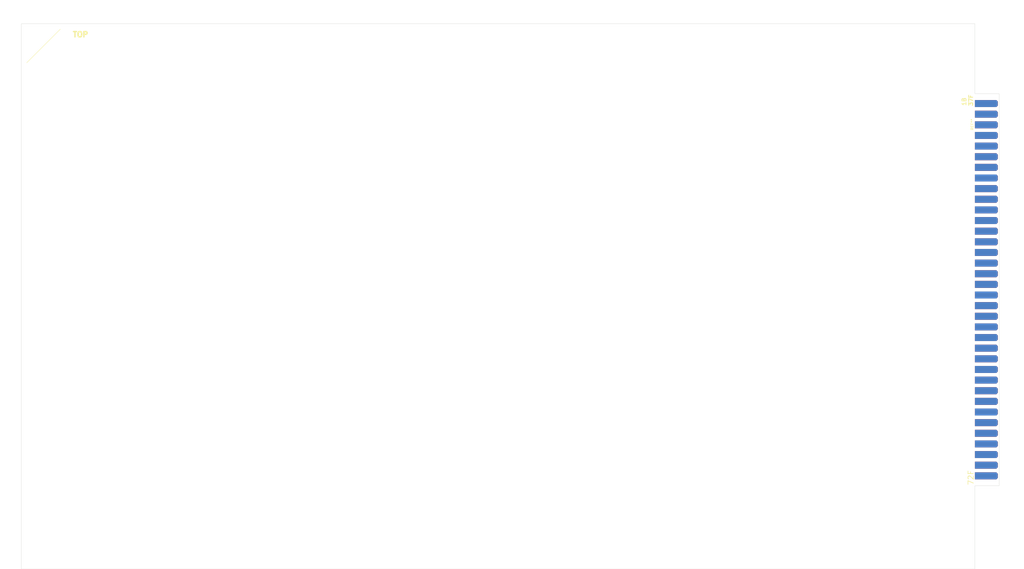
<source format=kicad_pcb>
(kicad_pcb (version 20211014) (generator pcbnew)
  (layers (0 "F.Cu" signal) (1 "In1.Cu" power) (2 "In2.Cu" power) (31 "B.Cu" signal) (34 "B.Paste" user) (35 "F.Paste" user) (36 "B.SilkS" user "B.Silkscreen") (37 "F.SilkS" user "F.Silkscreen") (38 "B.Mask" user) (39 "F.Mask" user) (44 "Edge.Cuts" user))
  (net 0 "")
  (footprint "Connector_PCBEdge:BUS_EE200" (layer "F.Cu") (at 379 50 90)
    (fp_text reference "REF**" (at -11.5 -1 90 unlocked) (layer "F.SilkS"))
    (fp_text value "BUS_EE200")
    (fp_text user "72F" (at -143 -1.5 90 unlocked) (layer "F.SilkS") (effects (font (size 2 2) (thickness 0.25))))
    (fp_text user "1B" (at -3 -4 90 unlocked) (layer "F.SilkS") (effects (font (size 1.5 1.5) (thickness 0.3))))
    (fp_text user "37F" (at -2.5 -1.5 90 unlocked) (layer "F.SilkS") (effects (font (size 1.5 1.5) (thickness 0.35))))
    (pad "1" connect roundrect (at -3.7 2.25 90) (size 2.6 8.5) (drill (offset 0 2)) (layers "B.Cu" "B.Mask") (roundrect_rratio 0) (chamfer_ratio 0.2) (chamfer bottom_left bottom_right))
    (pad "2" connect roundrect (at -7.66 2.25 90) (size 2.6 8.5) (drill (offset 0 2)) (layers "B.Cu" "B.Mask") (roundrect_rratio 0) (chamfer_ratio 0.2) (chamfer bottom_left bottom_right))
    (pad "3" connect roundrect (at -11.62 2.25 90) (size 2.6 8.5) (drill (offset 0 2)) (layers "B.Cu" "B.Mask") (roundrect_rratio 0) (chamfer_ratio 0.2) (chamfer bottom_left bottom_right))
    (pad "4" connect roundrect (at -15.58 2.25 90) (size 2.6 8.5) (drill (offset 0 2)) (layers "B.Cu" "B.Mask") (roundrect_rratio 0) (chamfer_ratio 0.2) (chamfer bottom_left bottom_right))
    (pad "5" connect roundrect (at -19.54 2.25 90) (size 2.6 8.5) (drill (offset 0 2)) (layers "B.Cu" "B.Mask") (roundrect_rratio 0) (chamfer_ratio 0.2) (chamfer bottom_left bottom_right))
    (pad "6" connect roundrect (at -23.5 2.25 90) (size 2.6 8.5) (drill (offset 0 2)) (layers "B.Cu" "B.Mask") (roundrect_rratio 0) (chamfer_ratio 0.2) (chamfer bottom_left bottom_right))
    (pad "7" connect roundrect (at -27.46 2.25 90) (size 2.6 8.5) (drill (offset 0 2)) (layers "B.Cu" "B.Mask") (roundrect_rratio 0) (chamfer_ratio 0.2) (chamfer bottom_left bottom_right))
    (pad "8" connect roundrect (at -31.42 2.25 90) (size 2.6 8.5) (drill (offset 0 2)) (layers "B.Cu" "B.Mask") (roundrect_rratio 0) (chamfer_ratio 0.2) (chamfer bottom_left bottom_right))
    (pad "9" connect roundrect (at -35.38 2.25 90) (size 2.6 8.5) (drill (offset 0 2)) (layers "B.Cu" "B.Mask") (roundrect_rratio 0) (chamfer_ratio 0.2) (chamfer bottom_left bottom_right))
    (pad "10" connect roundrect (at -39.34 2.25 90) (size 2.6 8.5) (drill (offset 0 2)) (layers "B.Cu" "B.Mask") (roundrect_rratio 0) (chamfer_ratio 0.2) (chamfer bottom_left bottom_right))
    (pad "11" connect roundrect (at -43.3 2.25 90) (size 2.6 8.5) (drill (offset 0 2)) (layers "B.Cu" "B.Mask") (roundrect_rratio 0) (chamfer_ratio 0.2) (chamfer bottom_left bottom_right))
    (pad "12" connect roundrect (at -47.26 2.25 90) (size 2.6 8.5) (drill (offset 0 2)) (layers "B.Cu" "B.Mask") (roundrect_rratio 0) (chamfer_ratio 0.2) (chamfer bottom_left bottom_right))
    (pad "13" connect roundrect (at -51.22 2.25 90) (size 2.6 8.5) (drill (offset 0 2)) (layers "B.Cu" "B.Mask") (roundrect_rratio 0) (chamfer_ratio 0.2) (chamfer bottom_left bottom_right))
    (pad "14" connect roundrect (at -55.18 2.25 90) (size 2.6 8.5) (drill (offset 0 2)) (layers "B.Cu" "B.Mask") (roundrect_rratio 0) (chamfer_ratio 0.2) (chamfer bottom_left bottom_right))
    (pad "15" connect roundrect (at -59.14 2.25 90) (size 2.6 8.5) (drill (offset 0 2)) (layers "B.Cu" "B.Mask") (roundrect_rratio 0) (chamfer_ratio 0.2) (chamfer bottom_left bottom_right))
    (pad "16" connect roundrect (at -63.1 2.25 90) (size 2.6 8.5) (drill (offset 0 2)) (layers "B.Cu" "B.Mask") (roundrect_rratio 0) (chamfer_ratio 0.2) (chamfer bottom_left bottom_right))
    (pad "17" connect roundrect (at -67.06 2.25 90) (size 2.6 8.5) (drill (offset 0 2)) (layers "B.Cu" "B.Mask") (roundrect_rratio 0) (chamfer_ratio 0.2) (chamfer bottom_left bottom_right))
    (pad "18" connect roundrect (at -71.02 2.25 90) (size 2.6 8.5) (drill (offset 0 2)) (layers "B.Cu" "B.Mask") (roundrect_rratio 0) (chamfer_ratio 0.2) (chamfer bottom_left bottom_right))
    (pad "19" connect roundrect (at -74.98 2.25 90) (size 2.6 8.5) (drill (offset 0 2)) (layers "B.Cu" "B.Mask") (roundrect_rratio 0) (chamfer_ratio 0.2) (chamfer bottom_left bottom_right))
    (pad "20" connect roundrect (at -78.94 2.25 90) (size 2.6 8.5) (drill (offset 0 2)) (layers "B.Cu" "B.Mask") (roundrect_rratio 0) (chamfer_ratio 0.2) (chamfer bottom_left bottom_right))
    (pad "21" connect roundrect (at -82.9 2.25 90) (size 2.6 8.5) (drill (offset 0 2)) (layers "B.Cu" "B.Mask") (roundrect_rratio 0) (chamfer_ratio 0.2) (chamfer bottom_left bottom_right))
    (pad "22" connect roundrect (at -86.86 2.25 90) (size 2.6 8.5) (drill (offset 0 2)) (layers "B.Cu" "B.Mask") (roundrect_rratio 0) (chamfer_ratio 0.2) (chamfer bottom_left bottom_right))
    (pad "23" connect roundrect (at -90.82 2.25 90) (size 2.6 8.5) (drill (offset 0 2)) (layers "B.Cu" "B.Mask") (roundrect_rratio 0) (chamfer_ratio 0.2) (chamfer bottom_left bottom_right))
    (pad "24" connect roundrect (at -94.78 2.25 90) (size 2.6 8.5) (drill (offset 0 2)) (layers "B.Cu" "B.Mask") (roundrect_rratio 0) (chamfer_ratio 0.2) (chamfer bottom_left bottom_right))
    (pad "25" connect roundrect (at -98.74 2.25 90) (size 2.6 8.5) (drill (offset 0 2)) (layers "B.Cu" "B.Mask") (roundrect_rratio 0) (chamfer_ratio 0.2) (chamfer bottom_left bottom_right))
    (pad "26" connect roundrect (at -102.7 2.25 90) (size 2.6 8.5) (drill (offset 0 2)) (layers "B.Cu" "B.Mask") (roundrect_rratio 0) (chamfer_ratio 0.2) (chamfer bottom_left bottom_right))
    (pad "27" connect roundrect (at -106.66 2.25 90) (size 2.6 8.5) (drill (offset 0 2)) (layers "B.Cu" "B.Mask") (roundrect_rratio 0) (chamfer_ratio 0.2) (chamfer bottom_left bottom_right))
    (pad "28" connect roundrect (at -110.62 2.25 90) (size 2.6 8.5) (drill (offset 0 2)) (layers "B.Cu" "B.Mask") (roundrect_rratio 0) (chamfer_ratio 0.2) (chamfer bottom_left bottom_right))
    (pad "29" connect roundrect (at -114.58 2.25 90) (size 2.6 8.5) (drill (offset 0 2)) (layers "B.Cu" "B.Mask") (roundrect_rratio 0) (chamfer_ratio 0.2) (chamfer bottom_left bottom_right))
    (pad "30" connect roundrect (at -118.54 2.25 90) (size 2.6 8.5) (drill (offset 0 2)) (layers "B.Cu" "B.Mask") (roundrect_rratio 0) (chamfer_ratio 0.2) (chamfer bottom_left bottom_right))
    (pad "31" connect roundrect (at -122.5 2.25 90) (size 2.6 8.5) (drill (offset 0 2)) (layers "B.Cu" "B.Mask") (roundrect_rratio 0) (chamfer_ratio 0.2) (chamfer bottom_left bottom_right))
    (pad "32" connect roundrect (at -126.46 2.25 90) (size 2.6 8.5) (drill (offset 0 2)) (layers "B.Cu" "B.Mask") (roundrect_rratio 0) (chamfer_ratio 0.2) (chamfer bottom_left bottom_right))
    (pad "33" connect roundrect (at -130.42 2.25 90) (size 2.6 8.5) (drill (offset 0 2)) (layers "B.Cu" "B.Mask") (roundrect_rratio 0) (chamfer_ratio 0.2) (chamfer bottom_left bottom_right))
    (pad "34" connect roundrect (at -134.38 2.25 90) (size 2.6 8.5) (drill (offset 0 2)) (layers "B.Cu" "B.Mask") (roundrect_rratio 0) (chamfer_ratio 0.2) (chamfer bottom_left bottom_right))
    (pad "35" connect roundrect (at -138.34 2.25 90) (size 2.6 8.5) (drill (offset 0 2)) (layers "B.Cu" "B.Mask") (roundrect_rratio 0) (chamfer_ratio 0.2) (chamfer bottom_left bottom_right))
    (pad "36" connect roundrect (at -142.3 2.25 90) (size 2.6 8.5) (drill (offset 0 2)) (layers "B.Cu" "B.Mask") (roundrect_rratio 0) (chamfer_ratio 0.2) (chamfer bottom_left bottom_right))
    (pad "37" connect roundrect (at -3.7 2.25 90) (size 2.6 8.5) (drill (offset 0 2)) (layers "F.Cu" "F.Mask") (roundrect_rratio 0) (chamfer_ratio 0.2) (chamfer bottom_left bottom_right))
    (pad "38" connect roundrect (at -7.66 2.25 90) (size 2.6 8.5) (drill (offset 0 2)) (layers "F.Cu" "F.Mask") (roundrect_rratio 0) (chamfer_ratio 0.2) (chamfer bottom_left bottom_right))
    (pad "39" connect roundrect (at -11.62 2.25 90) (size 2.6 8.5) (drill (offset 0 2)) (layers "F.Cu" "F.Mask") (roundrect_rratio 0) (chamfer_ratio 0.2) (chamfer bottom_left bottom_right))
    (pad "40" connect roundrect (at -15.58 2.25 90) (size 2.6 8.5) (drill (offset 0 2)) (layers "F.Cu" "F.Mask") (roundrect_rratio 0) (chamfer_ratio 0.2) (chamfer bottom_left bottom_right))
    (pad "41" connect roundrect (at -19.54 2.25 90) (size 2.6 8.5) (drill (offset 0 2)) (layers "F.Cu" "F.Mask") (roundrect_rratio 0) (chamfer_ratio 0.2) (chamfer bottom_left bottom_right))
    (pad "42" connect roundrect (at -23.5 2.25 90) (size 2.6 8.5) (drill (offset 0 2)) (layers "F.Cu" "F.Mask") (roundrect_rratio 0) (chamfer_ratio 0.2) (chamfer bottom_left bottom_right))
    (pad "43" connect roundrect (at -27.46 2.25 90) (size 2.6 8.5) (drill (offset 0 2)) (layers "F.Cu" "F.Mask") (roundrect_rratio 0) (chamfer_ratio 0.2) (chamfer bottom_left bottom_right))
    (pad "44" connect roundrect (at -31.42 2.25 90) (size 2.6 8.5) (drill (offset 0 2)) (layers "F.Cu" "F.Mask") (roundrect_rratio 0) (chamfer_ratio 0.2) (chamfer bottom_left bottom_right))
    (pad "45" connect roundrect (at -35.38 2.25 90) (size 2.6 8.5) (drill (offset 0 2)) (layers "F.Cu" "F.Mask") (roundrect_rratio 0) (chamfer_ratio 0.2) (chamfer bottom_left bottom_right))
    (pad "46" connect roundrect (at -39.34 2.25 90) (size 2.6 8.5) (drill (offset 0 2)) (layers "F.Cu" "F.Mask") (roundrect_rratio 0) (chamfer_ratio 0.2) (chamfer bottom_left bottom_right))
    (pad "47" connect roundrect (at -43.3 2.25 90) (size 2.6 8.5) (drill (offset 0 2)) (layers "F.Cu" "F.Mask") (roundrect_rratio 0) (chamfer_ratio 0.2) (chamfer bottom_left bottom_right))
    (pad "48" connect roundrect (at -47.26 2.25 90) (size 2.6 8.5) (drill (offset 0 2)) (layers "F.Cu" "F.Mask") (roundrect_rratio 0) (chamfer_ratio 0.2) (chamfer bottom_left bottom_right))
    (pad "49" connect roundrect (at -51.22 2.25 90) (size 2.6 8.5) (drill (offset 0 2)) (layers "F.Cu" "F.Mask") (roundrect_rratio 0) (chamfer_ratio 0.2) (chamfer bottom_left bottom_right))
    (pad "50" connect roundrect (at -55.18 2.25 90) (size 2.6 8.5) (drill (offset 0 2)) (layers "F.Cu" "F.Mask") (roundrect_rratio 0) (chamfer_ratio 0.2) (chamfer bottom_left bottom_right))
    (pad "51" connect roundrect (at -59.14 2.25 90) (size 2.6 8.5) (drill (offset 0 2)) (layers "F.Cu" "F.Mask") (roundrect_rratio 0) (chamfer_ratio 0.2) (chamfer bottom_left bottom_right))
    (pad "52" connect roundrect (at -63.1 2.25 90) (size 2.6 8.5) (drill (offset 0 2)) (layers "F.Cu" "F.Mask") (roundrect_rratio 0) (chamfer_ratio 0.2) (chamfer bottom_left bottom_right))
    (pad "53" connect roundrect (at -67.06 2.25 90) (size 2.6 8.5) (drill (offset 0 2)) (layers "F.Cu" "F.Mask") (roundrect_rratio 0) (chamfer_ratio 0.2) (chamfer bottom_left bottom_right))
    (pad "54" connect roundrect (at -71.02 2.25 90) (size 2.6 8.5) (drill (offset 0 2)) (layers "F.Cu" "F.Mask") (roundrect_rratio 0) (chamfer_ratio 0.2) (chamfer bottom_left bottom_right))
    (pad "55" connect roundrect (at -74.98 2.25 90) (size 2.6 8.5) (drill (offset 0 2)) (layers "F.Cu" "F.Mask") (roundrect_rratio 0) (chamfer_ratio 0.2) (chamfer bottom_left bottom_right))
    (pad "56" connect roundrect (at -78.94 2.25 90) (size 2.6 8.5) (drill (offset 0 2)) (layers "F.Cu" "F.Mask") (roundrect_rratio 0) (chamfer_ratio 0.2) (chamfer bottom_left bottom_right))
    (pad "57" connect roundrect (at -82.9 2.25 90) (size 2.6 8.5) (drill (offset 0 2)) (layers "F.Cu" "F.Mask") (roundrect_rratio 0) (chamfer_ratio 0.2) (chamfer bottom_left bottom_right))
    (pad "58" connect roundrect (at -86.86 2.25 90) (size 2.6 8.5) (drill (offset 0 2)) (layers "F.Cu" "F.Mask") (roundrect_rratio 0) (chamfer_ratio 0.2) (chamfer bottom_left bottom_right))
    (pad "59" connect roundrect (at -90.82 2.25 90) (size 2.6 8.5) (drill (offset 0 2)) (layers "F.Cu" "F.Mask") (roundrect_rratio 0) (chamfer_ratio 0.2) (chamfer bottom_left bottom_right))
    (pad "60" connect roundrect (at -94.78 2.25 90) (size 2.6 8.5) (drill (offset 0 2)) (layers "F.Cu" "F.Mask") (roundrect_rratio 0) (chamfer_ratio 0.2) (chamfer bottom_left bottom_right))
    (pad "61" connect roundrect (at -98.74 2.25 90) (size 2.6 8.5) (drill (offset 0 2)) (layers "F.Cu" "F.Mask") (roundrect_rratio 0) (chamfer_ratio 0.2) (chamfer bottom_left bottom_right))
    (pad "62" connect roundrect (at -102.7 2.25 90) (size 2.6 8.5) (drill (offset 0 2)) (layers "F.Cu" "F.Mask") (roundrect_rratio 0) (chamfer_ratio 0.2) (chamfer bottom_left bottom_right))
    (pad "63" connect roundrect (at -106.66 2.25 90) (size 2.6 8.5) (drill (offset 0 2)) (layers "F.Cu" "F.Mask") (roundrect_rratio 0) (chamfer_ratio 0.2) (chamfer bottom_left bottom_right))
    (pad "64" connect roundrect (at -110.62 2.25 90) (size 2.6 8.5) (drill (offset 0 2)) (layers "F.Cu" "F.Mask") (roundrect_rratio 0) (chamfer_ratio 0.2) (chamfer bottom_left bottom_right))
    (pad "65" connect roundrect (at -114.58 2.25 90) (size 2.6 8.5) (drill (offset 0 2)) (layers "F.Cu" "F.Mask") (roundrect_rratio 0) (chamfer_ratio 0.2) (chamfer bottom_left bottom_right))
    (pad "66" connect roundrect (at -118.54 2.25 90) (size 2.6 8.5) (drill (offset 0 2)) (layers "F.Cu" "F.Mask") (roundrect_rratio 0) (chamfer_ratio 0.2) (chamfer bottom_left bottom_right))
    (pad "67" connect roundrect (at -122.5 2.25 90) (size 2.6 8.5) (drill (offset 0 2)) (layers "F.Cu" "F.Mask") (roundrect_rratio 0) (chamfer_ratio 0.2) (chamfer bottom_left bottom_right))
    (pad "68" connect roundrect (at -126.46 2.25 90) (size 2.6 8.5) (drill (offset 0 2)) (layers "F.Cu" "F.Mask") (roundrect_rratio 0) (chamfer_ratio 0.2) (chamfer bottom_left bottom_right))
    (pad "69" connect roundrect (at -130.42 2.25 90) (size 2.6 8.5) (drill (offset 0 2)) (layers "F.Cu" "F.Mask") (roundrect_rratio 0) (chamfer_ratio 0.2) (chamfer bottom_left bottom_right))
    (pad "70" connect roundrect (at -134.38 2.25 90) (size 2.6 8.5) (drill (offset 0 2)) (layers "F.Cu" "F.Mask") (roundrect_rratio 0) (chamfer_ratio 0.2) (chamfer bottom_left bottom_right))
    (pad "71" connect roundrect (at -138.34 2.25 90) (size 2.6 8.5) (drill (offset 0 2)) (layers "F.Cu" "F.Mask") (roundrect_rratio 0) (chamfer_ratio 0.2) (chamfer bottom_left bottom_right))
    (pad "72" connect roundrect (at -142.3 2.25 90) (size 2.6 8.5) (drill (offset 0 2)) (layers "F.Cu" "F.Mask") (roundrect_rratio 0) (chamfer_ratio 0.2) (chamfer bottom_left bottom_right))
  )
  (footprint "MountingHole:MountingHole_2.5mm" (layer "F.Cu") (at 372.5 220.5)
    (fp_text reference "REF**" hide)
    (fp_text value "MountingHole_2.5mm")
    (pad "" np_thru_hole circle (at 0 0) (size 2.5 2.5) (drill 2.5) (layers *.Cu *.Mask))
  )
  (footprint "MountingHole:MountingHole_2.5mm" (layer "F.Cu") (at 30.5 220.5)
    (fp_text reference "REF**" hide)
    (fp_text value "MountingHole_2.5mm")
    (pad "" np_thru_hole circle (at 0 0) (size 2.5 2.5) (drill 2.5) (layers *.Cu *.Mask))
  )
  (footprint "MountingHole:MountingHole_2.5mm" (layer "F.Cu") (at 30.5 30.5)
    (fp_text reference "REF**" hide)
    (fp_text value "MountingHole_2.5mm")
    (pad "" np_thru_hole circle (at 0 0) (size 2.5 2.5) (drill 2.5) (layers *.Cu *.Mask))
  )
  (footprint "MountingHole:MountingHole_2.5mm" (layer "F.Cu") (at 372.5 30.5)
    (fp_text reference "REF**" hide)
    (fp_text value "MountingHole_2.5mm")
    (pad "" np_thru_hole circle (at 0 0) (size 2.5 2.5) (drill 2.5) (layers *.Cu *.Mask))
  )
  (gr_line (start 38.5 26) (end 26 38.5) (layer "F.SilkS") (width 0.15))
  (gr_poly (pts (xy 379 50) (xy 388 50) (xy 388 196) (xy 379 196) (xy 379 227) (xy 24 227) (xy 24 24) (xy 379 24)) (layer "Edge.Cuts") (width 0.1) (fill none))
  (gr_text "TOP" (at 46 28) (layer "F.SilkS") (effects (font (size 2 2) (thickness 0.5))))
)
</source>
